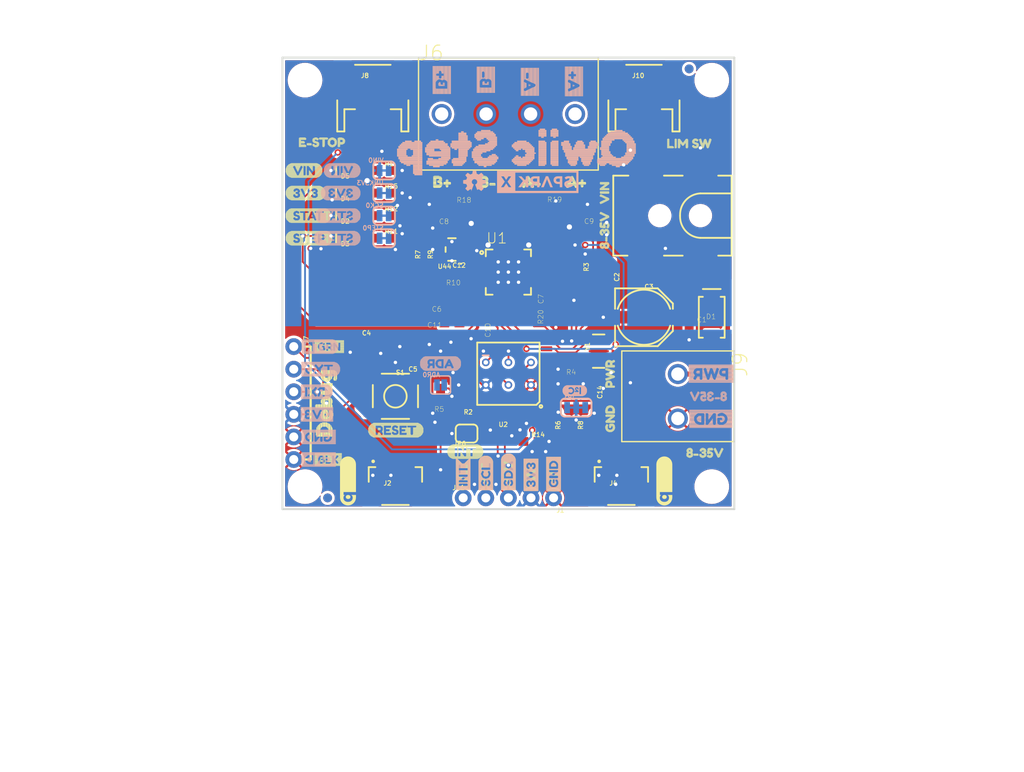
<source format=kicad_pcb>
(kicad_pcb (version 20211014) (generator pcbnew)
  (layers (0 "F.Cu" signal) (1 "In1.Cu" signal) (2 "In2.Cu" signal) (31 "B.Cu" signal) (34 "B.Paste" user) (35 "F.Paste" user) (36 "B.SilkS" user "B.Silkscreen") (37 "F.SilkS" user "F.Silkscreen") (38 "B.Mask" user) (39 "F.Mask" user) (44 "Edge.Cuts" user))
  (net 0 "")
  (net 1 "GND")
  (net 2 "CUR_REF")
  (net 3 "COILB+")
  (net 4 "COILB-")
  (net 5 "DIR")
  (net 6 "~{ENABLE}")
  (net 7 "COILA-")
  (net 8 "COILA+")
  (net 9 "STEP")
  (net 10 "CURRENT_SENSE")
  (net 11 "N$8")
  (net 12 "N$9")
  (net 13 "N$19")
  (net 14 "N$20")
  (net 15 "N$21")
  (net 16 "3.3V")
  (net 17 "SCL")
  (net 18 "SDA")
  (net 19 "VIN")
  (net 20 "MS2")
  (net 21 "MS3")
  (net 22 "~{SLEEP}")
  (net 23 "MS1")
  (net 24 "N$10")
  (net 25 "N$4")
  (net 26 "N$7")
  (net 27 "CUR_REF_PWM")
  (net 28 "N$1")
  (net 29 "N$11")
  (net 30 "SCK")
  (net 31 "AREF")
  (net 32 "N$13")
  (net 33 "N$14")
  (net 34 "~{RST}")
  (net 35 "N$26")
  (net 36 "N$27")
  (net 37 "INT")
  (net 38 "N$5")
  (net 39 "DTR")
  (net 40 "RXI")
  (net 41 "TXO")
  (net 42 "MISO")
  (net 43 "A49885_~{RESET}")
  (net 44 "INT0")
  (net 45 "INT1")
  (net 46 "MOSI")
  (net 47 "N$2")
  (net 48 "AMP_CUR_SENSE")
  (net 49 "N$3")
  (net 50 "N$6")
  (net 51 "N$12")
  (net 52 "N$15")
  (net 53 "N$16")
  (net 54 "N$17")
  (footprint "eagleBoard:LATCHTERMINAL-5MM-2" (layer "F.Cu") (at 167.5511 117.7036 -90)
    (fp_text reference "J9")
    (fp_text value "")
  )
  (footprint "eagleBoard:B#4" (layer "F.Cu") (at 144.0561 93.5736)
    (fp_text reference "U$46" hide)
    (fp_text value "" hide)
  )
  (footprint "eagleBoard:0603" (layer "F.Cu") (at 153.5811 106.9086)
    (fp_text reference "C7")
    (fp_text value "0.1uF")
  )
  (footprint "eagleBoard:VIN3" (layer "F.Cu") (at 123.3551 92.3036)
    (fp_text reference "U$8" hide)
    (fp_text value "" hide)
  )
  (footprint "eagleBoard:0603" (layer "F.Cu") (at 158.0261 103.7336 90)
    (fp_text reference "R3")
    (fp_text value "100k")
  )
  (footprint "eagleBoard:0603" (layer "F.Cu") (at 142.1511 109.4486 180)
    (fp_text reference "C11")
    (fp_text value "0.1uF")
  )
  (footprint "eagleBoard:0603" (layer "F.Cu") (at 138.3411 113.8936 180)
    (fp_text reference "C5")
    (fp_text value "0.1uF")
  )
  (footprint "eagleBoard:QWIIC_5.5MM" (layer "F.Cu") (at 130.4671 127.2286 90)
    (fp_text reference "U$9" hide)
    (fp_text value "" hide)
  )
  (footprint "eagleBoard:0603" (layer "F.Cu") (at 168.8211 108.8136 -90)
    (fp_text reference "C1")
    (fp_text value "0.1uF")
  )
  (footprint "eagleBoard:2010" (layer "F.Cu") (at 153.5811 96.1136 180)
    (fp_text reference "R19")
    (fp_text value "0.11")
  )
  (footprint "eagleBoard:LED-0603" (layer "F.Cu") (at 130.7211 99.9236 180)
    (fp_text reference "D3")
    (fp_text value "GREEN")
  )
  (footprint "eagleBoard:0603" (layer "F.Cu") (at 159.9311 103.7336 -90)
    (fp_text reference "C2")
    (fp_text value "1.0uF")
  )
  (footprint "eagleBoard:8#35V0" (layer "F.Cu") (at 167.5511 124.0536)
    (fp_text reference "U$40" hide)
    (fp_text value "" hide)
  )
  (footprint "eagleBoard:0603" (layer "F.Cu") (at 140.8811 117.7036 -90)
    (fp_text reference "R5")
    (fp_text value "20k")
  )
  (footprint "eagleBoard:FIDUCIAL-1X2" (layer "F.Cu") (at 168.8211 80.8736)
    (fp_text reference "FD4" hide)
    (fp_text value "FIDUCIAL1X2" hide)
  )
  (footprint "eagleBoard:JST-2-SMD" (layer "F.Cu") (at 133.2611 83.4136)
    (fp_text reference "J8")
    (fp_text value "")
  )
  (footprint "eagleBoard:LATCHTERMINAL-5MM-4" (layer "F.Cu") (at 148.5011 85.9536)
    (fp_text reference "J6")
    (fp_text value "")
  )
  (footprint "eagleBoard:0603" (layer "F.Cu") (at 134.5311 94.8436)
    (fp_text reference "R15")
    (fp_text value "1k")
  )
  (footprint "eagleBoard:STEP4" (layer "F.Cu") (at 123.3551 99.9236)
    (fp_text reference "U$7" hide)
    (fp_text value "" hide)
  )
  (footprint "eagleBoard:FIDUCIAL-1X2" (layer "F.Cu") (at 128.1811 129.1336)
    (fp_text reference "FD1" hide)
    (fp_text value "FIDUCIAL1X2" hide)
  )
  (footprint "eagleBoard:SOT23-5" (layer "F.Cu") (at 142.1511 101.1936 90)
    (fp_text reference "U44")
    (fp_text value "OPA344")
  )
  (footprint "eagleBoard:GRN1" (layer "F.Cu") (at 126.2761 112.1156)
    (fp_text reference "U$28" hide)
    (fp_text value "" hide)
  )
  (footprint "eagleBoard:8#35V0" (layer "F.Cu") (at 159.2961 102.0826 90)
    (fp_text reference "U$10" hide)
    (fp_text value "" hide)
  )
  (footprint "eagleBoard:LED-0603" (layer "F.Cu") (at 130.7211 94.8436 180)
    (fp_text reference "D4")
    (fp_text value "RED")
  )
  (footprint "eagleBoard:LIM_SW3" (layer "F.Cu") (at 165.3921 89.2556)
    (fp_text reference "U$23" hide)
    (fp_text value "" hide)
  )
  (footprint "eagleBoard:0603" (layer "F.Cu") (at 155.4861 116.4336 90)
    (fp_text reference "R4")
    (fp_text value "20k")
  )
  (footprint "eagleBoard:INT4" (layer "F.Cu") (at 143.4211 128.7526 90)
    (fp_text reference "U$24" hide)
    (fp_text value "" hide)
  )
  (footprint "eagleBoard:1X01_NO_SILK" (layer "F.Cu") (at 143.4211 129.1336)
    (fp_text reference "J11")
    (fp_text value "")
  )
  (footprint "eagleBoard:JST04_1MM_RA" (layer "F.Cu") (at 135.8011 125.3236)
    (fp_text reference "J2")
    (fp_text value "Qwiic Right Angle")
  )
  (footprint "eagleBoard:0603" (layer "F.Cu") (at 137.5791 101.1936 -90)
    (fp_text reference "R7")
    (fp_text value "1k")
  )
  (footprint "eagleBoard:0603" (layer "F.Cu") (at 142.1511 103.7336)
    (fp_text reference "C12")
    (fp_text value "0.1uF")
  )
  (footprint "eagleBoard:E#STOP2" (layer "F.Cu") (at 123.9901 89.1286)
    (fp_text reference "U$14" hide)
    (fp_text value "" hide)
  )
  (footprint "eagleBoard:LED-0603" (layer "F.Cu") (at 130.7211 97.3836 180)
    (fp_text reference "D2")
    (fp_text value "BLUE")
  )
  (footprint "eagleBoard:SMA-DIODE" (layer "F.Cu") (at 171.3611 108.8136 90)
    (fp_text reference "D1")
    (fp_text value "3A/40V/500mV")
  )
  (footprint "eagleBoard:A#2" (layer "F.Cu") (at 148.8821 93.5736)
    (fp_text reference "U$32" hide)
    (fp_text value "" hide)
  )
  (footprint "eagleBoard:JST04_1MM_RA" (layer "F.Cu") (at 161.2011 125.3236)
    (fp_text reference "J4")
    (fp_text value "Qwiic Right Angle")
  )
  (footprint "eagleBoard:STAND-OFF" (layer "F.Cu") (at 171.3611 127.8636)
    (fp_text reference "JP7" hide)
    (fp_text value "STAND-OFF" hide)
  )
  (footprint "eagleBoard:0603" (layer "F.Cu") (at 134.5311 99.9236)
    (fp_text reference "R11")
    (fp_text value "0")
  )
  (footprint "eagleBoard:STAND-OFF" (layer "F.Cu") (at 125.6411 82.1436)
    (fp_text reference "JP8" hide)
    (fp_text value "STAND-OFF" hide)
  )
  (footprint "eagleBoard:0603" (layer "F.Cu") (at 142.1511 105.6386 180)
    (fp_text reference "R10")
    (fp_text value "20k")
  )
  (footprint "eagleBoard:0603" (layer "F.Cu") (at 131.9911 111.3536)
    (fp_text reference "C4")
    (fp_text value "0.1uF")
  )
  (footprint "eagleBoard:0603" (layer "F.Cu") (at 151.0411 122.7836)
    (fp_text reference "R14")
    (fp_text value "10k")
  )
  (footprint "eagleBoard:DEBUG0" (layer "F.Cu") (at 127.8001 123.9266 90)
    (fp_text reference "U$19" hide)
    (fp_text value "" hide)
  )
  (footprint "eagleBoard:B#5" (layer "F.Cu") (at 138.8491 93.5736)
    (fp_text reference "U$47" hide)
    (fp_text value "" hide)
  )
  (footprint "eagleBoard:3V37" (layer "F.Cu") (at 151.0411 128.8796 90)
    (fp_text reference "U$2" hide)
    (fp_text value "" hide)
  )
  (footprint "eagleBoard:0603" (layer "F.Cu") (at 134.5311 92.3036)
    (fp_text reference "R1")
    (fp_text value "10k")
  )
  (footprint "eagleBoard:GND1" (layer "F.Cu") (at 159.9311 122.6566 90)
    (fp_text reference "U$42" hide)
    (fp_text value "" hide)
  )
  (footprint "eagleBoard:QFN-28-5MM" (layer "F.Cu") (at 148.5011 103.7336)
    (fp_text reference "U1")
    (fp_text value "A4988ALT1")
  )
  (footprint "eagleBoard:0603" (layer "F.Cu") (at 142.1511 98.6536 180)
    (fp_text reference "C8")
    (fp_text value "0.1uF")
  )
  (footprint "eagleBoard:2010" (layer "F.Cu") (at 143.4211 96.1136)
    (fp_text reference "R18")
    (fp_text value "0.11")
  )
  (footprint "eagleBoard:0603" (layer "F.Cu") (at 143.4211 120.2436)
    (fp_text reference "R2")
    (fp_text value "10k")
  )
  (footprint "eagleBoard:TQFP32-08" (layer "F.Cu") (at 148.5011 115.1636 180)
    (fp_text reference "U2")
    (fp_text value "ATMEGA328P_TQFP")
  )
  (footprint "eagleBoard:0603" (layer "F.Cu") (at 154.8511 121.5136 90)
    (fp_text reference "R6")
    (fp_text value "2.2k")
  )
  (footprint "eagleBoard:0603" (layer "F.Cu") (at 138.9761 101.1936 -90)
    (fp_text reference "R9")
    (fp_text value "22k")
  )
  (footprint "eagleBoard:VIN1" (layer "F.Cu") (at 159.2961 97.0026 90)
    (fp_text reference "U$12" hide)
    (fp_text value "" hide)
  )
  (footprint "eagleBoard:PANASONIC_D" (layer "F.Cu") (at 163.7411 108.8136)
    (fp_text reference "C3")
    (fp_text value "47uF")
  )
  (footprint "eagleBoard:STAT5" (layer "F.Cu") (at 123.3551 97.3836)
    (fp_text reference "U$4" hide)
    (fp_text value "" hide)
  )
  (footprint "eagleBoard:PWR0" (layer "F.Cu") (at 159.9311 117.7036 90)
    (fp_text reference "U$43" hide)
    (fp_text value "" hide)
  )
  (footprint "eagleBoard:1X04_NO_SILK" (layer "F.Cu") (at 153.5811 129.1336 180)
    (fp_text reference "J1")
    (fp_text value "PTH")
  )
  (footprint "eagleBoard:0603" (layer "F.Cu") (at 145.9611 108.4326 -90)
    (fp_text reference "C10")
    (fp_text value "0.22uF")
  )
  (footprint "eagleBoard:3V30" (layer "F.Cu") (at 123.3551 94.8436)
    (fp_text reference "U$1" hide)
    (fp_text value "" hide)
  )
  (footprint "eagleBoard:0603" (layer "F.Cu") (at 134.5311 97.3836)
    (fp_text reference "R12")
    (fp_text value "470")
  )
  (footprint "eagleBoard:SMT-JUMPER_2_NC_TRACE_SILK" (layer "F.Cu") (at 143.8021 121.8946 180)
    (fp_text reference "JP6")
    (fp_text value "INT")
  )
  (footprint "eagleBoard:A#3" (layer "F.Cu") (at 153.8351 93.5736)
    (fp_text reference "U$36" hide)
    (fp_text value "" hide)
  )
  (footprint "eagleBoard:STAND-OFF" (layer "F.Cu") (at 171.3611 82.1436)
    (fp_text reference "JP10" hide)
    (fp_text value "STAND-OFF" hide)
  )
  (footprint "eagleBoard:JST-2-SMD" (layer "F.Cu") (at 163.7411 83.4136)
    (fp_text reference "J10")
    (fp_text value "")
  )
  (footprint "eagleBoard:CREATIVE_COMMONS" (layer "F.Cu") (at 111.6711 159.6136)
    (fp_text reference "FRAME2" hide)
    (fp_text value "FRAME-LEDGER" hide)
  )
  (footprint "eagleBoard:BLK2" (layer "F.Cu") (at 126.2761 124.8156)
    (fp_text reference "U$20" hide)
    (fp_text value "" hide)
  )
  (footprint "eagleBoard:SDA6" (layer "F.Cu") (at 148.5011 128.7526 90)
    (fp_text reference "U$6" hide)
    (fp_text value "" hide)
  )
  (footprint "eagleBoard:QWIIC_5.5MM" (layer "F.Cu") (at 166.0271 127.2286 90)
    (fp_text reference "U$29" hide)
    (fp_text value "" hide)
  )
  (footprint "eagleBoard:STAND-OFF" (layer "F.Cu") (at 125.6411 127.8636)
    (fp_text reference "JP9" hide)
    (fp_text value "STAND-OFF" hide)
  )
  (footprint "eagleBoard:TACTILE_SWITCH_SMD_5.2MM" (layer "F.Cu") (at 135.8011 117.7036)
    (fp_text reference "S1")
    (fp_text value "Tall Switch")
  )
  (footprint "eagleBoard:0603" (layer "F.Cu") (at 142.1511 107.5436)
    (fp_text reference "C6")
    (fp_text value "0.1uF")
  )
  (footprint "eagleBoard:POWER_JACK_SMD" (layer "F.Cu") (at 170.0911 97.3836 180)
    (fp_text reference "J3" hide)
    (fp_text value "5.5x2.1mm Barrel" hide)
  )
  (footprint "eagleBoard:RESONATOR-SMD-3.2X1.3" (layer "F.Cu") (at 158.6611 112.6236 90)
    (fp_text reference "Y1")
    (fp_text value "16MHz")
  )
  (footprint "eagleBoard:SCL5" (layer "F.Cu") (at 145.9611 128.7526 90)
    (fp_text reference "U$5" hide)
    (fp_text value "" hide)
  )
  (footprint "eagleBoard:GND8" (layer "F.Cu") (at 153.5811 128.8796 90)
    (fp_text reference "U$3" hide)
    (fp_text value "" hide)
  )
  (footprint "eagleBoard:0603" (layer "F.Cu") (at 157.5181 98.6536)
    (fp_text reference "C9")
    (fp_text value "0.1uF")
  )
  (footprint "eagleBoard:0603" (layer "F.Cu") (at 158.0261 116.4336 -90)
    (fp_text reference "C14")
    (fp_text value "0.1uF")
  )
  (footprint "eagleBoard:0603" (layer "F.Cu") (at 153.5811 108.8136)
    (fp_text reference "R20")
    (fp_text value "20k")
  )
  (footprint "eagleBoard:INT2" (layer "F.Cu") (at 141.5161 123.9266)
    (fp_text reference "U$41" hide)
    (fp_text value "" hide)
  )
  (footprint "eagleBoard:1X06_NO_SILK" (layer "F.Cu") (at 124.3711 112.1156 -90)
    (fp_text reference "J7")
    (fp_text value "")
  )
  (footprint "eagleBoard:RESET1" (layer "F.Cu") (at 132.6261 121.5136)
    (fp_text reference "U$27" hide)
    (fp_text value "" hide)
  )
  (footprint "eagleBoard:LED-0603" (layer "F.Cu") (at 130.7211 92.3036 180)
    (fp_text reference "D5")
    (fp_text value "Yellow")
  )
  (footprint "eagleBoard:0603" (layer "F.Cu") (at 157.3911 121.5136 90)
    (fp_text reference "R8")
    (fp_text value "2.2k")
  )
  (footprint "eagleBoard:ADR0" (layer "B.Cu") (at 143.2941 114.0206 180)
    (fp_text reference "U$25" hide)
    (fp_text value "" hide)
  )
  (footprint "eagleBoard:SMT-JUMPER_3_2-NC_TRACE_SILK" (layer "B.Cu") (at 156.1211 118.9736 180)
    (fp_text reference "JP1")
    (fp_text value "")
  )
  (footprint "eagleBoard:SMT-JUMPER_2_NC_TRACE_SILK" (layer "B.Cu") (at 134.5311 97.3836 180)
    (fp_text reference "SCK0")
    (fp_text value "JUMPER-SMT_2_NC_TRACE_SILK")
  )
  (footprint "eagleBoard:VIN0" (layer "B.Cu") (at 131.9911 92.3036 180)
    (fp_text reference "U$38" hide)
    (fp_text value "" hide)
  )
  (footprint "eagleBoard:STAT0" (layer "B.Cu") (at 131.9911 97.3836 180)
    (fp_text reference "U$13" hide)
    (fp_text value "" hide)
  )
  (footprint "eagleBoard:DTR4" (layer "B.Cu") (at 129.4511 112.1156 180)
    (fp_text reference "U$18" hide)
    (fp_text value "" hide)
  )
  (footprint "eagleBoard:3V31" (layer "B.Cu") (at 131.9911 94.8436 180)
    (fp_text reference "U$45" hide)
    (fp_text value "" hide)
  )
  (footprint "eagleBoard:GND6" (layer "B.Cu") (at 153.5811 128.8796 90)
    (fp_text reference "U$31" hide)
    (fp_text value "" hide)
  )
  (footprint "eagleBoard:FIDUCIAL-1X2" (layer "B.Cu") (at 168.8211 80.8736 180)
    (fp_text reference "FD3" hide)
    (fp_text value "FIDUCIAL1X2" hide)
  )
  (footprint "eagleBoard:SMT-JUMPER_2_NC_TRACE_SILK" (layer "B.Cu") (at 134.5311 99.9236 180)
    (fp_text reference "STEP0")
    (fp_text value "JUMPER-SMT_2_NC_TRACE_SILK")
  )
  (footprint "eagleBoard:3V35" (layer "B.Cu") (at 151.0411 128.8796 90)
    (fp_text reference "U$26" hide)
    (fp_text value "" hide)
  )
  (footprint "eagleBoard:SMT-JUMPER_2_NC_TRACE_SILK" (layer "B.Cu") (at 134.5311 92.3036 180)
    (fp_text reference "VIN0")
    (fp_text value "JUMPER-SMT_2_NC_TRACE_SILK")
  )
  (footprint "eagleBoard:SMT-JUMPER_2_NO_SILK" (layer "B.Cu") (at 140.8811 116.4336 180)
    (fp_text reference "ADR0")
    (fp_text value "ADR")
  )
  (footprint "eagleBoard:QWIIC_STEP0" (layer "B.Cu") (at 166.2811 89.7636 180)
    (fp_text reference "U$56" hide)
    (fp_text value "" hide)
  )
  (footprint "eagleBoard:SMT-JUMPER_2_NC_TRACE_SILK" (layer "B.Cu") (at 134.5311 94.8436 180)
    (fp_text reference "UNK3V3")
    (fp_text value "JUMPER-SMT_2_NC_TRACE_SILK")
  )
  (footprint "eagleBoard:GND0" (layer "B.Cu") (at 174.2821 120.2436 180)
    (fp_text reference "U$44" hide)
    (fp_text value "" hide)
  )
  (footprint "eagleBoard:A#3" (layer "B.Cu") (at 150.9141 84.5566 90)
    (fp_text reference "U$55" hide)
    (fp_text value "" hide)
  )
  (footprint "eagleBoard:B#5" (layer "B.Cu") (at 145.9611 84.1756 90)
    (fp_text reference "U$58" hide)
    (fp_text value "" hide)
  )
  (footprint "eagleBoard:INT4" (layer "B.Cu") (at 143.4211 128.7526 90)
    (fp_text reference "U$30" hide)
    (fp_text value "" hide)
  )
  (footprint "eagleBoard:TXO2" (layer "B.Cu") (at 129.7051 114.6556 180)
    (fp_text reference "U$48" hide)
    (fp_text value "" hide)
  )
  (footprint "eagleBoard:3V31" (layer "B.Cu") (at 129.3241 119.7356 180)
    (fp_text reference "U$17" hide)
    (fp_text value "" hide)
  )
  (footprint "eagleBoard:SPARKX-MEDIUM" (layer "B.Cu") (at 151.8031 93.5736 180)
    (fp_text reference "U$49" hide)
    (fp_text value "SPARKX-LOGO4" hide)
  )
  (footprint "eagleBoard:A#2" (layer "B.Cu") (at 155.8671 84.5566 90)
    (fp_text reference "U$54" hide)
    (fp_text value "" hide)
  )
  (footprint "eagleBoard:STEP2" (layer "B.Cu") (at 131.9911 99.9236 180)
    (fp_text reference "U$37" hide)
    (fp_text value "" hide)
  )
  (footprint "eagleBoard:GND0" (layer "B.Cu") (at 129.5781 124.8156 180)
    (fp_text reference "U$22" hide)
    (fp_text value "" hide)
  )
  (footprint "eagleBoard:RXI3" (layer "B.Cu") (at 128.8161 117.1956 180)
    (fp_text reference "U$35" hide)
    (fp_text value "" hide)
  )
  (footprint "eagleBoard:SCL3" (layer "B.Cu") (at 145.9611 128.7526 90)
    (fp_text reference "U$34" hide)
    (fp_text value "" hide)
  )
  (footprint "eagleBoard:SDA4" (layer "B.Cu") (at 148.5011 128.7526 90)
    (fp_text reference "U$33" hide)
    (fp_text value "" hide)
  )
  (footprint "eagleBoard:FIDUCIAL-1X2" (layer "B.Cu") (at 128.1811 129.1336 180)
    (fp_text reference "FD2" hide)
    (fp_text value "FIDUCIAL1X2" hide)
  )
  (footprint "eagleBoard:B#4" (layer "B.Cu") (at 141.0081 84.3026 90)
    (fp_text reference "U$57" hide)
    (fp_text value "" hide)
  )
  (footprint "eagleBoard:I_SUPER2_C-()-03" (layer "B.Cu") (at 157.3911 117.0686 180)
    (fp_text reference "U$16" hide)
    (fp_text value "" hide)
  )
  (footprint "eagleBoard:OSHW-LOGO-MINI" (layer "B.Cu") (at 144.6911 93.5736 180)
    (fp_text reference "LOGO1" hide)
    (fp_text value "OSHW-LOGOMINI" hide)
  )
  (footprint "eagleBoard:PWR1" (layer "B.Cu") (at 174.4091 115.1636 180)
    (fp_text reference "U$53" hide)
    (fp_text value "" hide)
  )
  (footprint "eagleBoard:GND0" (layer "B.Cu") (at 129.5781 122.2756 180)
    (fp_text reference "U$21" hide)
    (fp_text value "" hide)
  )
  (footprint "eagleBoard:2X3_TEST_POINTS" (layer "B.Cu") (at 148.5011 115.1636)
    (fp_text reference "J5" hide)
    (fp_text value "ISP")
  )
  (footprint "eagleBoard:I_SUPER2_C-()-03" (layer "B.Cu") (at 157.3911 117.0686 180)
    (fp_text reference "U$15" hide)
    (fp_text value "" hide)
  )
  (footprint "eagleBoard:8#35V0" (layer "B.Cu") (at 174.0281 117.7036 180)
    (fp_text reference "U$11" hide)
    (fp_text value "" hide)
  )
  (gr_line (start 126.2761 112.1156) (end 126.2761 124.8156) (layer "F.SilkS") (width 0.254))
  (gr_line (start 125.6411 112.1156) (end 126.2761 112.1156) (layer "F.SilkS") (width 0.254))
  (gr_line (start 126.2761 124.8156) (end 125.6411 124.8156) (layer "F.SilkS") (width 0.254))
  (gr_line (start 123.1011 79.6036) (end 173.9011 79.6036) (layer "Edge.Cuts") (width 0.2032))
  (gr_line (start 173.9011 130.4036) (end 123.1011 130.4036) (layer "Edge.Cuts") (width 0.2032))
  (gr_line (start 173.9011 79.6036) (end 173.9011 130.4036) (layer "Edge.Cuts") (width 0.2032))
  (gr_line (start 123.1011 130.4036) (end 123.1011 79.6036) (layer "Edge.Cuts") (width 0.2032))
  (segment (start 142.7861 101.1936) (end 142.1511 100.5586) (width 0.2032) (layer "F.Cu") (net 1))
  (segment (start 141.2211 96.1136) (end 139.6111 96.1136) (width 0.5588) (layer "F.Cu") (net 1))
  (segment (start 157.3911 96.1136) (end 155.7811 96.1136) (width 0.5588) (layer "F.Cu") (net 1))
  (segment (start 150.941 103.7336) (end 149.7711 103.7336) (width 0.2032) (layer "F.Cu") (net 1))
  (segment (start 142.1511 100.5586) (end 142.1511 100.3046) (width 0.2032) (layer "F.Cu") (net 1))
  (segment (start 146.8581 103.2336) (end 147.3581 103.7336) (width 0.2032) (layer "F.Cu") (net 1))
  (segment (start 143.4512 101.1936) (end 142.7861 101.1936) (width 0.2032) (layer "F.Cu") (net 1))
  (segment (start 146.0612 103.2336) (end 146.8581 103.2336) (width 0.2032) (layer "F.Cu") (net 1))
  (via blind (at 128.6891 95.6056) (size 0.7366) (drill 0.381) (layers "F.Cu" "In1.Cu") (net 1))
  (via blind (at 134.2771 90.1446) (size 0.7366) (drill 0.381) (layers "F.Cu" "In1.Cu") (net 1))
  (via blind (at 168.8211 111.3536) (size 0.7366) (drill 0.381) (layers "F.Cu" "In1.Cu") (net 1))
  (via blind (at 137.4521 95.3516) (size 0.7366) (drill 0.381) (layers "F.Cu" "In1.Cu") (net 1))
  (via blind (at 139.9921 98.7806) (size 0.7366) (drill 0.381) (layers "F.Cu" "In1.Cu") (net 1))
  (via blind (at 158.6611 126.5936) (size 0.7366) (drill 0.381) (layers "F.Cu" "In1.Cu") (net 1))
  (via blind (at 135.8011 101.1936) (size 0.7366) (drill 0.381) (layers "F.Cu" "In1.Cu") (net 1))
  (via blind (at 153.8351 109.9566) (size 0.7366) (drill 0.381) (layers "F.Cu" "In1.Cu") (net 1))
  (via blind (at 155.8671 106.9086) (size 0.7366) (drill 0.381) (layers "F.Cu" "In1.Cu") (net 1))
  (via blind (at 128.5621 97.3836) (size 0.7366) (drill 0.381) (layers "F.Cu" "In1.Cu") (net 1))
  (via blind (at 149.6441 103.7336) (size 0.7366) (drill 0.381) (layers "F.Cu" "In1.Cu") (net 1))
  (via blind (at 128.5621 99.6696) (size 0.7366) (drill 0.381) (layers "F.Cu" "In1.Cu") (net 1))
  (via blind (at 128.5621 92.3036) (size 0.7366) (drill 0.381) (layers "F.Cu" "In1.Cu") (net 1))
  (via blind (at 148.5011 103.7336) (size 0.7366) (drill 0.381) (layers "F.Cu" "In1.Cu") (net 1))
  (via blind (at 149.6441 104.8766) (size 0.7366) (drill 0.381) (layers "F.Cu" "In1.Cu") (net 1))
  (via blind (at 142.1511 102.4636) (size 0.7366) (drill 0.381) (layers "F.Cu" "In1.Cu") (net 1))
  (via blind (at 142.2781 115.0366) (size 0.7366) (drill 0.381) (layers "F.Cu" "In1.Cu") (net 1))
  (via blind (at 147.3581 104.8766) (size 0.7366) (drill 0.381) (layers "F.Cu" "In1.Cu") (net 1))
  (via blind (at 159.1691 108.8136) (size 0.7366) (drill 0.381) (layers "F.Cu" "In1.Cu") (net 1))
  (via blind (at 170.0911 89.7636) (size 0.7366) (drill 0.381) (layers "F.Cu" "In1.Cu") (net 1))
  (via blind (at 161.4551 91.6686) (size 0.7366) (drill 0.381) (layers "F.Cu" "In1.Cu") (net 1))
  (via blind (at 147.3581 102.5906) (size 0.7366) (drill 0.381) (layers "F.Cu" "In1.Cu") (net 1))
  (via blind (at 147.3581 103.7336) (size 0.7366) (drill 0.381) (layers "F.Cu" "In1.Cu") (net 1))
  (via blind (at 135.8011 113.8936) (size 0.7366) (drill 0.381) (layers "F.Cu" "In1.Cu") (net 1))
  (via blind (at 144.3101 111.2266) (size 0.7366) (drill 0.381) (layers "F.Cu" "In1.Cu") (net 1))
  (via blind (at 142.1511 100.3046) (size 0.7366) (drill 0.381) (layers "F.Cu" "In1.Cu") (net 1))
  (via blind (at 154.0891 114.6556) (size 0.7366) (drill 0.381) (layers "F.Cu" "In1.Cu") (net 1))
  (via blind (at 159.5501 98.1456) (size 0.7366) (drill 0.381) (layers "F.Cu" "In1.Cu") (net 1))
  (via blind (at 139.6111 96.1136) (size 0.7366) (drill 0.381) (layers "F.Cu" "In1.Cu") (net 1))
  (via blind (at 148.5011 102.5906) (size 0.7366) (drill 0.381) (layers "F.Cu" "In1.Cu") (net 1))
  (via blind (at 157.1371 101.7016) (size 0.7366) (drill 0.381) (layers "F.Cu" "In1.Cu") (net 1))
  (via blind (at 154.0891 116.3066) (size 0.7366) (drill 0.381) (layers "F.Cu" "In1.Cu") (net 1))
  (via blind (at 159.1691 116.8146) (size 0.7366) (drill 0.381) (layers "F.Cu" "In1.Cu") (net 1))
  (via blind (at 149.6441 102.5906) (size 0.7366) (drill 0.381) (layers "F.Cu" "In1.Cu") (net 1))
  (via blind (at 157.3911 96.1136) (size 0.7366) (drill 0.381) (layers "F.Cu" "In1.Cu") (net 1))
  (via blind (at 133.2611 126.5936) (size 0.7366) (drill 0.381) (layers "F.Cu" "In1.Cu") (net 1))
  (via blind (at 148.5011 104.8766) (size 0.7366) (drill 0.381) (layers "F.Cu" "In1.Cu") (net 1))
  (segment (start 158.0261 102.8836) (end 159.9311 102.8836) (width 0.2032) (layer "F.Cu") (net 2))
  (segment (start 150.9411 104.2336) (end 151.4301 104.2336) (width 0.2032) (layer "F.Cu") (net 2))
  (segment (start 158.0261 100.3436) (end 158.0261 102.8836) (width 0.2032) (layer "F.Cu") (net 2))
  (segment (start 158.0261 100.3436) (end 157.6061 99.9236) (width 0.2032) (layer "F.Cu") (net 2))
  (segment (start 155.7401 99.9236) (end 157.6061 99.9236) (width 0.2032) (layer "F.Cu") (net 2))
  (segment (start 151.4301 104.2336) (end 155.7401 99.9236) (width 0.2032) (layer "F.Cu") (net 2))
  (segment (start 146.0611 102.2336) (end 145.8581 102.2336) (width 0.3048) (layer "F.Cu") (net 3))
  (segment (start 145.8581 102.2336) (end 144.9451 101.3206) (width 0.3048) (layer "F.Cu") (net 3))
  (via blind (at 144.9451 101.3206) (size 0.7366) (drill 0.381) (layers "F.Cu" "In1.Cu") (net 3))
  (segment (start 148.0011 101.2936) (end 148.0011 99.4236) (width 0.3048) (layer "F.Cu") (net 4))
  (segment (start 159.5501 99.5426) (end 155.3591 99.5426) (width 0.2032) (layer "F.Cu") (net 5))
  (segment (start 150.9411 103.2336) (end 151.6681 103.2336) (width 0.2032) (layer "F.Cu") (net 5))
  (segment (start 150.5011 112.3376) (end 150.5331 112.3696) (width 0.2032) (layer "F.Cu") (net 5))
  (segment (start 151.6681 103.2336) (end 155.3591 99.5426) (width 0.2032) (layer "F.Cu") (net 5))
  (segment (start 150.5011 110.871) (end 150.5011 112.3376) (width 0.2032) (layer "F.Cu") (net 5))
  (via blind (at 160.5661 111.8616) (size 0.7366) (drill 0.381) (layers "F.Cu" "In1.Cu") (net 5))
  (via blind (at 159.5501 99.5426) (size 0.7366) (drill 0.381) (layers "F.Cu" "In1.Cu") (net 5))
  (via blind (at 150.5331 112.3696) (size 0.7366) (drill 0.381) (layers "F.Cu" "In1.Cu") (net 5))
  (segment (start 150.5331 112.3696) (end 160.0581 112.3696) (width 0.2032) (layer "B.Cu") (net 5))
  (segment (start 160.0581 112.3696) (end 160.5661 111.8616) (width 0.2032) (layer "B.Cu") (net 5))
  (segment (start 147.0599 108.809269) (end 146.703831 108.4532) (width 0.2032) (layer "F.Cu") (net 6))
  (segment (start 144.4655 109.810332) (end 143.550881 110.72495) (width 0.2032) (layer "F.Cu") (net 6))
  (segment (start 147.3011 110.871) (end 147.3011 109.982) (width 0.2032) (layer "F.Cu") (net 6))
  (segment (start 147.3011 109.982) (end 147.0599 109.7408) (width 0.2032) (layer "F.Cu") (net 6))
  (segment (start 145.1785 108.4532) (end 144.4655 109.1662) (width 0.2032) (layer "F.Cu") (net 6))
  (segment (start 127.4318 101.106275) (end 130.987125 104.6616) (width 0.2032) (layer "F.Cu") (net 6))
  (segment (start 130.987125 104.6616) (end 143.0011 104.6616) (width 0.2032) (layer "F.Cu") (net 6))
  (segment (start 143.550881 110.72495) (end 138.58875 110.72495) (width 0.2032) (layer "F.Cu") (net 6))
  (segment (start 146.0611 102.7336) (end 145.1831 102.7336) (width 0.2032) (layer "F.Cu") (net 6))
  (segment (start 144.4655 109.1662) (end 144.4655 109.810332) (width 0.2032) (layer "F.Cu") (net 6))
  (segment (start 146.703831 108.4532) (end 145.1785 108.4532) (width 0.2032) (layer "F.Cu") (net 6))
  (segment (start 143.6751 104.6226) (end 143.0401 104.6226) (width 0.2032) (layer "F.Cu") (net 6))
  (segment (start 144.6911 103.2256) (end 144.6911 103.6066) (width 0.2032) (layer "F.Cu") (net 6))
  (segment (start 143.0011 105.6386) (end 143.0011 104.6616) (width 0.2032) (layer "F.Cu") (net 6))
  (segment (start 144.6911 103.6066) (end 143.6751 104.6226) (width 0.2032) (layer "F.Cu") (net 6))
  (segment (start 136.2964 112.1156) (end 137.1981 112.1156) (width 0.2032) (layer "F.Cu") (net 6))
  (segment (start 145.1831 102.7336) (end 144.6911 103.2256) (width 0.2032) (layer "F.Cu") (net 6))
  (segment (start 137.1981 112.1156) (end 138.58875 110.72495) (width 0.2032) (layer "F.Cu") (net 6))
  (segment (start 147.0599 109.7408) (end 147.0599 108.809269) (width 0.2032) (layer "F.Cu") (net 6))
  (segment (start 143.0011 104.6616) (end 143.0401 104.6226) (width 0.2032) (layer "F.Cu") (net 6))
  (via blind (at 127.4318 101.106275) (size 0.7366) (drill 0.381) (layers "F.Cu" "In1.Cu") (net 6))
  (via blind (at 136.2964 112.1156) (size 0.7366) (drill 0.381) (layers "F.Cu" "In1.Cu") (net 6))
  (segment (start 149.0011 99.2806) (end 148.8821 99.1616) (width 0.3048) (layer "F.Cu") (net 7))
  (segment (start 149.0011 101.2936) (end 149.0011 99.2806) (width 0.3048) (layer "F.Cu") (net 7))
  (segment (start 153.8351 99.9236) (end 153.8351 95.7326) (width 0.3048) (layer "F.Cu") (net 8))
  (segment (start 150.941 102.2336) (end 151.5251 102.2336) (width 0.3048) (layer "F.Cu") (net 8))
  (segment (start 151.5251 102.2336) (end 153.8351 99.9236) (width 0.3048) (layer "F.Cu") (net 8))
  (via blind (at 153.8351 95.7326) (size 0.7366) (drill 0.381) (layers "F.Cu" "In1.Cu") (net 8))
  (segment (start 155.9941 100.6856) (end 155.6131 100.6856) (width 0.2032) (layer "F.Cu") (net 9))
  (segment (start 138.84275 111.10595) (end 141.52245 111.10595) (width 0.2032) (layer "F.Cu") (net 9))
  (segment (start 146.5011 121.4816) (end 146.4691 121.5136) (width 0.2032) (layer "F.Cu") (net 9))
  (segment (start 137.0711 112.8776) (end 134.1501 112.8776) (width 0.2032) (layer "F.Cu") (net 9))
  (segment (start 137.0711 112.8776) (end 138.84275 111.10595) (width 0.2032) (layer "F.Cu") (net 9))
  (segment (start 155.6131 100.6856) (end 151.5651 104.7336) (width 0.2032) (layer "F.Cu") (net 9))
  (segment (start 151.5651 104.7336) (end 150.9411 104.7336) (width 0.2032) (layer "F.Cu") (net 9))
  (segment (start 146.4691 121.5136) (end 146.4691 121.5009) (width 0.2032) (layer "F.Cu") (net 9))
  (segment (start 141.52245 111.10595) (end 142.037593 111.621094) (width 0.2032) (layer "F.Cu") (net 9))
  (segment (start 146.5011 119.4562) (end 146.5011 121.4816) (width 0.2032) (layer "F.Cu") (net 9))
  (via blind (at 134.1501 112.8776) (size 0.7366) (drill 0.381) (layers "F.Cu" "In1.Cu") (net 9))
  (via blind (at 126.2761 101.0666) (size 0.7366) (drill 0.381) (layers "F.Cu" "In1.Cu") (net 9))
  (via blind (at 146.4691 121.5009) (size 0.7366) (drill 0.381) (layers "F.Cu" "In1.Cu") (net 9))
  (via blind (at 155.9941 100.6856) (size 0.7366) (drill 0.381) (layers "F.Cu" "In1.Cu") (net 9))
  (via blind (at 142.037593 111.621094) (size 0.7366) (drill 0.381) (layers "F.Cu" "In1.Cu") (net 9))
  (segment (start 144.4531 99.2276) (end 144.4531 99.2417) (width 0.2032) (layer "F.Cu") (net 10))
  (segment (start 147.5011 100.1936) (end 145.6211 98.3136) (width 0.3048) (layer "F.Cu") (net 10))
  (segment (start 145.6211 98.3136) (end 145.4941 98.1866) (width 0.3048) (layer "F.Cu") (net 10))
  (segment (start 144.4531 99.2276) (end 145.4941 98.1866) (width 0.2032) (layer "F.Cu") (net 10))
  (segment (start 143.4512 100.2436) (end 144.4531 99.2417) (width 0.2032) (layer "F.Cu") (net 10))
  (segment (start 147.5011 101.2936) (end 147.5011 100.1936) (width 0.3048) (layer "F.Cu") (net 10))
  (segment (start 145.6211 98.3136) (end 145.6211 96.1136) (width 0.3048) (layer "F.Cu") (net 10))
  (segment (start 142.0241 106.6546) (end 141.3011 107.3776) (width 0.2032) (layer "F.Cu") (net 11))
  (segment (start 146.0612 103.7336) (end 145.9906 103.8042) (width 0.2032) (layer "F.Cu") (net 11))
  (segment (start 141.3011 107.3776) (end 141.3011 107.5436) (width 0.2032) (layer "F.Cu") (net 11))
  (segment (start 143.644281 106.6546) (end 142.0241 106.6546) (width 0.2032) (layer "F.Cu") (net 11))
  (segment (start 143.9291 106.369782) (end 143.644281 106.6546) (width 0.2032) (layer "F.Cu") (net 11))
  (segment (start 143.9291 105.0036) (end 143.9291 106.369782) (width 0.2032) (layer "F.Cu") (net 11))
  (segment (start 145.1285 103.8042) (end 143.9291 105.0036) (width 0.2032) (layer "F.Cu") (net 11))
  (segment (start 145.9906 103.8042) (end 145.1285 103.8042) (width 0.2032) (layer "F.Cu") (net 11))
  (segment (start 146.0613 104.2336) (end 145.9907 104.3042) (width 0.2032) (layer "F.Cu") (net 12))
  (segment (start 145.167318 104.3042) (end 144.3101 105.161419) (width 0.2032) (layer "F.Cu") (net 12))
  (segment (start 145.9907 104.3042) (end 145.167318 104.3042) (width 0.2032) (layer "F.Cu") (net 12))
  (segment (start 143.2941 107.5436) (end 143.0011 107.5436) (width 0.2032) (layer "F.Cu") (net 12))
  (segment (start 144.3101 106.5276) (end 143.2941 107.5436) (width 0.2032) (layer "F.Cu") (net 12))
  (segment (start 144.3101 105.161419) (end 144.3101 106.5276) (width 0.2032) (layer "F.Cu") (net 12))
  (segment (start 149.5011 106.1735) (end 149.5011 107.2736) (width 0.2032) (layer "F.Cu") (net 13))
  (segment (start 149.5011 107.2736) (end 151.0411 108.8136) (width 0.2032) (layer "F.Cu") (net 13))
  (segment (start 151.0411 108.8136) (end 152.7311 108.8136) (width 0.2032) (layer "F.Cu") (net 13))
  (segment (start 146.8111 107.5826) (end 145.9611 107.5826) (width 0.2032) (layer "F.Cu") (net 14))
  (segment (start 147.0011 106.1735) (end 147.0011 107.3926) (width 0.2032) (layer "F.Cu") (net 14))
  (segment (start 147.0011 107.3926) (end 146.8111 107.5826) (width 0.2032) (layer "F.Cu") (net 14))
  (segment (start 145.3421 104.7336) (end 144.6911 105.3846) (width 0.2032) (layer "F.Cu") (net 15))
  (segment (start 144.6911 105.3846) (end 144.6911 107.6706) (width 0.2032) (layer "F.Cu") (net 15))
  (segment (start 144.6911 107.6706) (end 143.0011 109.3606) (width 0.2032) (layer "F.Cu") (net 15))
  (segment (start 146.0613 104.7336) (end 145.3421 104.7336) (width 0.2032) (layer "F.Cu") (net 15))
  (segment (start 143.0011 109.3606) (end 143.0011 109.4486) (width 0.2032) (layer "F.Cu") (net 15))
  (segment (start 153.0731 115.5636) (end 154.8511 115.5636) (width 0.2032) (layer "F.Cu") (net 16))
  (segment (start 159.5111 115.5836) (end 160.0581 115.0366) (width 0.2032) (layer "F.Cu") (net 16))
  (segment (start 160.7011 126.5856) (end 160.6931 126.5936) (width 0.254) (layer "F.Cu") (net 16))
  (segment (start 131.2291 100.8126) (end 128.4351 100.8126) (width 0.2032) (layer "F.Cu") (net 16))
  (segment (start 140.851 102.1436) (end 140.851 102.5605) (width 0.2032) (layer "F.Cu") (net 16))
  (segment (start 145.1991 116.0526) (end 145.5801 116.4336) (width 0.2032) (layer "F.Cu") (net 16))
  (segment (start 152.7311 106.9086) (end 152.616 106.9086) (width 0.2032) (layer "F.Cu") (net 16))
  (segment (start 155.5284 101.4443) (end 152.7311 104.2416) (width 0.2032) (layer "F.Cu") (net 16))
  (segment (start 158.0261 115.5836) (end 159.5111 115.5836) (width 0.2032) (layer "F.Cu") (net 16))
  (segment (start 154.8511 114.2749) (end 154.8511 115.5636) (width 0.2032) (layer "F.Cu") (net 16))
  (segment (start 143.2941 121.8946) (end 142.1511 121.8946) (width 0.3048) (layer "F.Cu") (net 16))
  (segment (start 154.5398 113.9636) (end 154.8511 114.2749) (width 0.2032) (layer "F.Cu") (net 16))
  (segment (start 136.9441 103.7336) (end 135.1661 101.9556) (width 0.2032) (layer "F.Cu") (net 16))
  (segment (start 140.3731 120.6246) (end 140.2461 120.6246) (width 0.2032) (layer "F.Cu") (net 16))
  (segment (start 160.7011 125.3236) (end 160.7011 126.5856) (width 0.5588) (layer "F.Cu") (net 16))
  (segment (start 124.3711 119.7356) (end 129.0701 119.7356) (width 0.2032) (layer "F.Cu") (net 16))
  (segment (start 132.3721 101.9556) (end 131.2291 100.8126) (width 0.2032) (layer "F.Cu") (net 16))
  (segment (start 141.3011 105.6386) (end 128.4351 105.6386) (width 0.2032) (layer "F.Cu") (net 16))
  (segment (start 156.3751 101.4443) (end 155.5284 101.4443) (width 0.2032) (layer "F.Cu") (net 16))
  (segment (start 129.0701 119.7356) (end 130.7211 118.0846) (width 0.2032) (layer "F.Cu") (net 16))
  (segment (start 144.2085 113.1636) (end 144.9771 113.1636) (width 0.2032) (layer "F.Cu") (net 16))
  (segment (start 128.4351 105.6386) (end 125.3871 102.5906) (width 0.2032) (layer "F.Cu") (net 16))
  (segment (start 140.851 102.5605) (end 141.3011 103.0106) (width 0.2032) (layer "F.Cu") (net 16))
  (segment (start 140.8811 120.1166) (end 140.3731 120.6246) (width 0.2032) (layer "F.Cu") (net 16))
  (segment (start 145.5801 116.4336) (end 145.9611 116.4336) (width 0.2032) (layer "F.Cu") (net 16))
  (segment (start 141.3011 103.0106) (end 141.3011 103.7336) (width 0.2032) (layer "F.Cu") (net 16))
  (segment (start 157.1371 100.6823) (end 156.3751 101.4443) (width 0.2032) (layer "F.Cu") (net 16))
  (segment (start 135.3011 126.5856) (end 135.2931 126.5936) (width 0.5588) (layer "F.Cu") (net 16))
  (segment (start 140.8811 118.5536) (end 140.8811 120.1166) (width 0.2032) (layer "F.Cu") (net 16))
  (segment (start 152.7311 106.9086) (end 152.7311 104.2416) (width 0.2032) (layer "F.Cu") (net 16))
  (segment (start 135.3011 125.3236) (end 135.3011 126.5856) (width 0.5588) (layer "F.Cu") (net 16))
  (segment (start 135.1661 101.9556) (end 132.3721 101.9556) (width 0.2032) (layer "F.Cu") (net 16))
  (segment (start 128.4351 100.8126) (end 127.2921 99.6696) (width 0.2032) (layer "F.Cu") (net 16))
  (segment (start 154.8511 115.5636) (end 155.4661 115.5636) (width 0.2032) (layer "F.Cu") (net 16))
  (segment (start 152.7937 115.5636) (end 153.0731 115.5636) (width 0.2032) (layer "F.Cu") (net 16))
  (segment (start 152.7937 113.9636) (end 154.5398 113.9636) (width 0.2032) (layer "F.Cu") (net 16))
  (segment (start 141.3011 103.7336) (end 136.9441 103.7336) (width 0.2032) (layer "F.Cu") (net 16))
  (segment (start 144.9771 113.1636) (end 145.1991 113.3856) (width 0.2032) (layer "F.Cu") (net 16))
  (segment (start 145.1991 113.3856) (end 145.1991 116.0526) (width 0.2032) (layer "F.Cu") (net 16))
  (segment (start 155.4861 115.5836) (end 158.0261 115.5836) (width 0.2032) (layer "F.Cu") (net 16))
  (segment (start 125.3871 99.6696) (end 125.3871 102.5906) (width 0.2032) (layer "F.Cu") (net 16))
  (segment (start 130.7211 118.0846) (end 130.7211 112.7506) (width 0.2032) (layer "F.Cu") (net 16))
  (segment (start 155.4661 115.5636) (end 155.4861 115.5836) (width 0.2032) (layer "F.Cu") (net 16))
  (segment (start 153.0541 115.5446) (end 153.0731 115.5636) (width 0.2032) (layer "F.Cu") (net 16))
  (segment (start 127.2921 99.6696) (end 125.3871 99.6696) (width 0.2032) (layer "F.Cu") (net 16))
  (segment (start 151.8911 122.7836) (end 153.0731 122.7836) (width 0.2032) (layer "F.Cu") (net 16))
  (segment (start 152.616 106.9086) (end 150.941 105.2336) (width 0.2032) (layer "F.Cu") (net 16))
  (via blind (at 153.0731 122.7836) (size 0.7366) (drill 0.381) (layers "F.Cu" "In1.Cu") (net 16))
  (via blind (at 125.3871 99.6696) (size 0.7366) (drill 0.381) (layers "F.Cu" "In1.Cu") (net 16))
  (via blind (at 130.7211 112.7506) (size 0.7366) (drill 0.381) (layers "F.Cu" "In1.Cu") (net 16))
  (via blind (at 160.0581 115.0366) (size 0.7366) (drill 0.381) (layers "F.Cu" "In1.Cu") (net 16))
  (via blind (at 160.6931 126.5936) (size 0.7366) (drill 0.381) (layers "F.Cu" "In1.Cu") (net 16))
  (via blind (at 157.1371 100.6823) (size 0.7366) (drill 0.381) (layers "F.Cu" "In1.Cu") (net 16))
  (via blind (at 142.1511 121.8946) (size 0.7366) (drill 0.381) (layers "F.Cu" "In1.Cu") (net 16))
  (via blind (at 135.2931 126.5936) (size 0.7366) (drill 0.381) (layers "F.Cu" "In1.Cu") (net 16))
  (via blind (at 140.2461 120.6246) (size 0.7366) (drill 0.381) (layers "F.Cu" "In1.Cu") (net 16))
  (via blind (at 156.1211 120.3706) (size 0.7366) (drill 0.381) (layers "F.Cu" "In1.Cu") (net 16))
  (segment (start 159.4198 100.6823) (end 157.1371 100.6823) (width 0.2032) (layer "B.Cu") (net 16))
  (segment (start 161.4551 102.7176) (end 159.4198 100.6823) (width 0.2032) (layer "B.Cu") (net 16))
  (segment (start 161.4551 113.6396) (end 161.4551 102.7176) (width 0.2032) (layer "B.Cu") (net 16))
  (segment (start 160.0581 115.0366) (end 161.4551 113.6396) (width 0.2032) (layer "B.Cu") (net 16))
  (segment (start 157.3911 123.9266) (end 152.6921 123.9266) (width 0.2032) (layer "F.Cu") (net 17))
  (segment (start 148.1011 124.7076) (end 150.3871 124.7076) (width 0.2032) (layer "F.Cu") (net 17))
  (segment (start 148.1011 119.4562) (end 148.1011 124.7076) (width 0.2032) (layer "F.Cu") (net 17))
  (segment (start 162.7011 124.4106) (end 162.2171 123.9266) (width 0.2032) (layer "F.Cu") (net 17))
  (segment (start 162.7011 125.3236) (end 162.7011 124.4106) (width 0.2032) (layer "F.Cu") (net 17))
  (segment (start 157.3911 122.3636) (end 157.3911 123.9266) (width 0.2032) (layer "F.Cu") (net 17))
  (segment (start 138.0871 126.8476) (end 145.9611 126.8476) (width 0.2032) (layer "F.Cu") (net 17))
  (segment (start 145.9611 126.8476) (end 148.1011 124.7076) (width 0.2032) (layer "F.Cu") (net 17))
  (segment (start 150.3871 124.7076) (end 151.1681 123.9266) (width 0.2032) (layer "F.Cu") (net 17))
  (segment (start 145.9611 129.1336) (end 145.9611 126.8476) (width 0.2032) (layer "F.Cu") (net 17))
  (segment (start 137.3011 126.0616) (end 138.0871 126.8476) (width 0.2032) (layer "F.Cu") (net 17))
  (segment (start 162.2171 123.9266) (end 157.3911 123.9266) (width 0.2032) (layer "F.Cu") (net 17))
  (segment (start 137.3011 125.3236) (end 137.3011 126.0616) (width 0.2032) (layer "F.Cu") (net 17))
  (via blind (at 151.1681 123.9266) (size 0.7366) (drill 0.381) (layers "F.Cu" "In1.Cu") (net 17))
  (via blind (at 152.6921 123.9266) (size 0.7366) (drill 0.381) (layers "F.Cu" "In1.Cu") (net 17))
  (segment (start 148.5011 129.0066) (end 148.5011 129.1336) (width 0.2032) (layer "F.Cu") (net 18))
  (segment (start 161.3487 121.5342) (end 163.7411 123.9266) (width 0.2032) (layer "F.Cu") (net 18))
  (segment (start 154.8511 122.3636) (end 155.6805 121.5342) (width 0.2032) (layer "F.Cu") (net 18))
  (segment (start 162.3441 127.6096) (end 163.7411 126.2126) (width 0.2032) (layer "F.Cu") (net 18))
  (segment (start 161.7091 127.6096) (end 162.3441 127.6096) (width 0.2032) (layer "F.Cu") (net 18))
  (segment (start 136.3011 126.4586) (end 137.4521 127.6096) (width 0.2032) (layer "F.Cu") (net 18))
  (segment (start 148.5011 125.4506) (end 148.5011 129.1336) (width 0.2032) (layer "F.Cu") (net 18))
  (segment (start 147.3011 124.3776) (end 147.344606 124.421107) (width 0.2032) (layer "F.Cu") (net 18))
  (segment (start 137.4521 127.6096) (end 144.6911 127.6096) (width 0.2032) (layer "F.Cu") (net 18))
  (segment (start 147.3011 119.4562) (end 147.3011 124.3776) (width 0.2032) (layer "F.Cu") (net 18))
  (segment (start 155.6805 121.5342) (end 161.3487 121.5342) (width 0.2032) (layer "F.Cu") (net 18))
  (segment (start 160.5661 127.6096) (end 161.7091 127.6096) (width 0.2032) (layer "F.Cu") (net 18))
  (segment (start 161.7011 125.3236) (end 161.7011 127.6016) (width 0.2032) (layer "F.Cu") (net 18))
  (segment (start 136.3011 125.3236) (end 136.3011 126.4586) (width 0.2032) (layer "F.Cu") (net 18))
  (segment (start 163.7411 126.2126) (end 163.7411 123.9266) (width 0.2032) (layer "F.Cu") (net 18))
  (segment (start 147.1041 127.6096) (end 148.5011 129.0066) (width 0.2032) (layer "F.Cu") (net 18))
  (segment (start 161.7011 127.6016) (end 161.7091 127.6096) (width 0.2032) (layer "F.Cu") (net 18))
  (via blind (at 144.6911 127.6096) (size 0.7366) (drill 0.381) (layers "F.Cu" "In1.Cu") (net 18))
  (via blind (at 148.5011 125.4506) (size 0.7366) (drill 0.381) (layers "F.Cu" "In1.Cu") (net 18))
  (via blind (at 147.1041 127.6096) (size 0.7366) (drill 0.381) (layers "F.Cu" "In1.Cu") (net 18))
  (via blind (at 160.5661 127.6096) (size 0.7366) (drill 0.381) (layers "F.Cu" "In1.Cu") (net 18))
  (via blind (at 147.344606 124.421107) (size 0.7366) (drill 0.381) (layers "F.Cu" "In1.Cu") (net 18))
  (segment (start 124.6251 107.1626) (end 124.6251 96.2406) (width 0.2032) (layer "F.Cu") (net 19))
  (segment (start 166.1411 101.0796) (end 166.1541 101.0666) (width 0.5588) (layer "F.Cu") (net 19))
  (segment (start 166.9911 107.9636) (end 166.1411 108.8136) (width 0.5588) (layer "F.Cu") (net 19))
  (segment (start 150.6092 100.6856) (end 150.7871 100.6856) (width 0.3048) (layer "F.Cu") (net 19))
  (segment (start 127.4191 93.4466) (end 132.6261 93.4466) (width 0.2032) (layer "F.Cu") (net 19))
  (segment (start 143.0011 98.6536) (end 143.927512 98.6536) (width 0.5588) (layer "F.Cu") (net 19))
  (segment (start 147.0011 101.2937) (end 146.393 100.6856) (width 0.3048) (layer "F.Cu") (net 19))
  (segment (start 143.927512 98.6536) (end 144.3228 98.258313) (width 0.5588) (layer "F.Cu") (net 19))
  (segment (start 146.393 100.6856) (end 146.2151 100.6856) (width 0.3048) (layer "F.Cu") (net 19))
  (segment (start 170.0611 107.9636) (end 171.3611 106.6636) (width 0.5588) (layer "F.Cu") (net 19))
  (segment (start 126.9111 109.4486) (end 124.6251 107.1626) (width 0.2032) (layer "F.Cu") (net 19))
  (segment (start 166.9911 107.9636) (end 168.8211 107.9636) (width 0.5588) (layer "F.Cu") (net 19))
  (segment (start 155.3591 98.6536) (end 156.6681 98.6536) (width 0.5588) (layer "F.Cu") (net 19))
  (segment (start 124.6251 96.2406) (end 127.4191 93.4466) (width 0.2032) (layer "F.Cu") (net 19))
  (segment (start 168.8211 107.9636) (end 170.0611 107.9636) (width 0.5588) (layer "F.Cu") (net 19))
  (segment (start 141.3011 109.4486) (end 126.9111 109.4486) (width 0.2032) (layer "F.Cu") (net 19))
  (segment (start 150.0011 101.2937) (end 150.6092 100.6856) (width 0.3048) (layer "F.Cu") (net 19))
  (segment (start 156.6681 98.4876) (end 156.6681 98.6536) (width 0.5588) (layer "F.Cu") (net 19))
  (segment (start 166.1411 108.8136) (end 166.1411 101.0796) (width 0.5588) (layer "F.Cu") (net 19))
  (via blind (at 144.3228 98.258313) (size 0.9398) (drill 0.5842) (layers "F.Cu" "In1.Cu") (net 19))
  (via blind (at 166.1541 101.0666) (size 0.7366) (drill 0.381) (layers "F.Cu" "In1.Cu") (net 19))
  (via blind (at 146.2151 100.6856) (size 0.9398) (drill 0.5842) (layers "F.Cu" "In1.Cu") (net 19))
  (via blind (at 132.6261 93.4466) (size 0.9398) (drill 0.5842) (layers "F.Cu" "In1.Cu") (net 19))
  (via blind (at 150.7871 100.6856) (size 0.9398) (drill 0.5842) (layers "F.Cu" "In1.Cu") (net 19))
  (via blind (at 155.3591 98.6536) (size 0.9398) (drill 0.5842) (layers "F.Cu" "In1.Cu") (net 19))
  (segment (start 148.9011 110.3566) (end 148.9011 110.871) (width 0.2032) (layer "F.Cu") (net 20))
  (segment (start 148.0011 109.4566) (end 148.9011 110.3566) (width 0.2032) (layer "F.Cu") (net 20))
  (segment (start 148.0011 106.1735) (end 148.0011 109.4566) (width 0.2032) (layer "F.Cu") (net 20))
  (segment (start 148.5011 106.1735) (end 148.5011 109.0676) (width 0.2032) (layer "F.Cu") (net 21))
  (segment (start 149.7011 110.2676) (end 149.7011 110.871) (width 0.2032) (layer "F.Cu") (net 21))
  (segment (start 149.7011 110.2676) (end 148.5011 109.0676) (width 0.2032) (layer "F.Cu") (net 21))
  (segment (start 156.441087 117.2836) (end 156.916787 116.8079) (width 0.2032) (layer "F.Cu") (net 22))
  (segment (start 156.916787 116.8079) (end 156.916787 116.2999) (width 0.2032) (layer "F.Cu") (net 22))
  (segment (start 152.7937 117.1636) (end 155.4861 117.1636) (width 0.2032) (layer "F.Cu") (net 22))
  (segment (start 155.4861 117.1636) (end 155.4861 117.2836) (width 0.2032) (layer "F.Cu") (net 22))
  (segment (start 155.4861 117.2836) (end 156.441087 117.2836) (width 0.2032) (layer "F.Cu") (net 22))
  (segment (start 154.9781 107.7976) (end 150.6601 107.7976) (width 0.2032) (layer "F.Cu") (net 22))
  (segment (start 150.0011 106.1735) (end 150.0011 107.1386) (width 0.2032) (layer "F.Cu") (net 22))
  (segment (start 155.6131 108.4326) (end 154.9781 107.7976) (width 0.2032) (layer "F.Cu") (net 22))
  (segment (start 155.6131 111.4806) (end 155.6131 108.4326) (width 0.2032) (layer "F.Cu") (net 22))
  (segment (start 150.6601 107.7976) (end 150.0011 107.1386) (width 0.2032) (layer "F.Cu") (net 22))
  (via blind (at 155.6131 111.4806) (size 0.7366) (drill 0.381) (layers "F.Cu" "In1.Cu") (net 22))
  (via blind (at 156.916787 116.2999) (size 0.7366) (drill 0.381) (layers "F.Cu" "In1.Cu") (net 22))
  (segment (start 147.5011 106.1736) (end 147.5011 109.5916) (width 0.2032) (layer "F.Cu") (net 23))
  (segment (start 148.1201 110.852) (end 148.1011 110.871) (width 0.254) (layer "F.Cu") (net 23))
  (segment (start 148.1201 110.2106) (end 148.1201 110.852) (width 0.2032) (layer "F.Cu") (net 23))
  (segment (start 147.5011 109.5916) (end 148.1201 110.2106) (width 0.2032) (layer "F.Cu") (net 23))
  (segment (start 133.6811 92.3036) (end 131.5981 92.3036) (width 0.2032) (layer "F.Cu") (net 24))
  (segment (start 135.3811 92.3036) (end 136.5631 92.3036) (width 0.2032) (layer "F.Cu") (net 25))
  (via blind (at 136.5631 92.3036) (size 0.7366) (drill 0.381) (layers "F.Cu" "In1.Cu") (net 25))
  (segment (start 172.3861 110.9636) (end 171.3611 110.9636) (width 0.5588) (layer "F.Cu") (net 26))
  (segment (start 173.1391 110.2106) (end 172.3861 110.9636) (width 0.5588) (layer "F.Cu") (net 26))
  (segment (start 170.0511 115.2036) (end 167.5511 115.2036) (width 0.5588) (layer "F.Cu") (net 26))
  (segment (start 171.3611 113.8936) (end 170.0511 115.2036) (width 0.5588) (layer "F.Cu") (net 26))
  (segment (start 173.1391 105.0036) (end 173.1391 110.2106) (width 0.5588) (layer "F.Cu") (net 26))
  (segment (start 171.2191 103.0836) (end 173.1391 105.0036) (width 0.5588) (layer "F.Cu") (net 26))
  (segment (start 171.3611 110.9636) (end 171.3611 113.8936) (width 0.5588) (layer "F.Cu") (net 26))
  (segment (start 170.0911 103.0836) (end 171.2191 103.0836) (width 0.5588) (layer "F.Cu") (net 26))
  (segment (start 155.7401 112.3636) (end 156.6291 111.4746) (width 0.2032) (layer "F.Cu") (net 27))
  (segment (start 153.798431 111.8048) (end 154.357231 112.3636) (width 0.2032) (layer "F.Cu") (net 27))
  (segment (start 152.6159 111.8048) (end 153.798431 111.8048) (width 0.2032) (layer "F.Cu") (net 27))
  (segment (start 151.3011 110.871) (end 151.6821 110.871) (width 0.2032) (layer "F.Cu") (net 27))
  (segment (start 154.357231 112.3636) (end 155.7401 112.3636) (width 0.2032) (layer "F.Cu") (net 27))
  (segment (start 156.6291 111.4746) (end 156.6291 110.0836) (width 0.2032) (layer "F.Cu") (net 27))
  (segment (start 156.6291 110.0836) (end 158.0261 108.6866) (width 0.2032) (layer "F.Cu") (net 27))
  (segment (start 151.6821 110.871) (end 152.6159 111.8048) (width 0.2032) (layer "F.Cu") (net 27))
  (segment (start 158.0261 108.6866) (end 158.0261 104.5836) (width 0.2032) (layer "F.Cu") (net 27))
  (segment (start 131.5981 99.9236) (end 133.6811 99.9236) (width 0.2032) (layer "F.Cu") (net 28))
  (segment (start 135.3811 99.9236) (end 135.8891 99.4156) (width 0.2032) (layer "F.Cu") (net 29))
  (segment (start 136.5631 99.4156) (end 135.8891 99.4156) (width 0.2032) (layer "F.Cu") (net 29))
  (via blind (at 136.5631 99.4156) (size 0.7366) (drill 0.381) (layers "F.Cu" "In1.Cu") (net 29))
  (segment (start 144.2085 112.3636) (end 145.4344 112.3636) (width 0.2032) (layer "F.Cu") (net 30))
  (segment (start 141.1411 112.3636) (end 140.8811 112.6236) (width 0.2032) (layer "F.Cu") (net 30))
  (segment (start 144.2085 112.3636) (end 141.1411 112.3636) (width 0.2032) (layer "F.Cu") (net 30))
  (segment (start 148.5138 112.6236) (end 148.5138 113.8809) (width 0.2032) (layer "F.Cu") (net 30))
  (segment (start 145.4344 112.3636) (end 145.6944 112.6236) (width 0.2032) (layer "F.Cu") (net 30))
  (segment (start 148.5011 113.8936) (end 148.5138 113.8809) (width 0.2032) (layer "F.Cu") (net 30))
  (via blind (at 140.8811 112.6236) (size 0.7366) (drill 0.381) (layers "F.Cu" "In1.Cu") (net 30))
  (via blind (at 148.5138 112.6236) (size 0.7366) (drill 0.381) (layers "F.Cu" "In1.Cu") (net 30))
  (via blind (at 145.6944 112.6236) (size 0.7366) (drill 0.381) (layers "F.Cu" "In1.Cu") (net 30))
  (via blind (at 136.3091 98.5266) (size 0.7366) (drill 0.381) (layers "F.Cu" "In1.Cu") (net 30))
  (segment (start 144.1957 114.7764) (end 143.511081 114.7764) (width 0.2032) (layer "F.Cu") (net 31))
  (segment (start 144.2085 114.7636) (end 144.1957 114.7764) (width 0.2032) (layer "F.Cu") (net 31))
  (segment (start 143.511081 114.7764) (end 142.628281 113.8936) (width 0.2032) (layer "F.Cu") (net 31))
  (segment (start 142.628281 113.8936) (end 139.1911 113.8936) (width 0.2032) (layer "F.Cu") (net 31))
  (segment (start 155.2321 113.8236) (end 154.5721 113.1636) (width 0.2032) (layer "F.Cu") (net 32))
  (segment (start 152.7937 113.1636) (end 154.5721 113.1636) (width 0.2032) (layer "F.Cu") (net 32))
  (segment (start 155.2321 113.8236) (end 158.6611 113.8236) (width 0.2032) (layer "F.Cu") (net 32))
  (segment (start 156.0891 112.7826) (end 154.1211 112.7826) (width 0.2032) (layer "F.Cu") (net 33))
  (segment (start 154.1211 112.7826) (end 153.7021 112.3636) (width 0.2032) (layer "F.Cu") (net 33))
  (segment (start 158.6611 111.4236) (end 157.4481 111.4236) (width 0.2032) (layer "F.Cu") (net 33))
  (segment (start 152.7937 112.3636) (end 153.7021 112.3636) (width 0.2032) (layer "F.Cu") (net 33))
  (segment (start 157.4481 111.4236) (end 156.0891 112.7826) (width 0.2032) (layer "F.Cu") (net 33))
  (segment (start 132.8411 112.4086) (end 132.8411 111.3536) (width 0.2032) (layer "F.Cu") (net 34))
  (segment (start 131.6101 113.6396) (end 132.8411 112.4086) (width 0.2032) (layer "F.Cu") (net 34))
  (segment (start 150.1911 122.7836) (end 149.5171 122.7836) (width 0.2032) (layer "F.Cu") (net 34))
  (segment (start 149.5171 122.7836) (end 148.8821 122.1486) (width 0.2032) (layer "F.Cu") (net 34))
  (segment (start 133.0071 119.6086) (end 132.1181 119.6086) (width 0.2032) (layer "F.Cu") (net 34))
  (segment (start 148.8821 118.2116) (end 148.8821 119.4372) (width 0.2032) (layer "F.Cu") (net 34))
  (segment (start 131.6101 119.1006) (end 131.6101 113.6396) (width 0.2032) (layer "F.Cu") (net 34))
  (segment (start 148.9011 119.4562) (end 148.9011 122.1296) (width 0.2032) (layer "F.Cu") (net 34))
  (segment (start 138.5951 119.6086) (end 139.9921 119.6086) (width 0.2032) (layer "F.Cu") (net 34))
  (segment (start 133.0071 119.6086) (end 138.5951 119.6086) (width 0.2032) (layer "F.Cu") (net 34))
  (segment (start 149.7711 117.3226) (end 148.8821 118.2116) (width 0.2032) (layer "F.Cu") (net 34))
  (segment (start 132.1181 119.6086) (end 131.6101 119.1006) (width 0.2032) (layer "F.Cu") (net 34))
  (segment (start 151.0411 113.8936) (end 149.7711 115.1636) (width 0.2032) (layer "F.Cu") (net 34))
  (segment (start 149.7711 115.1636) (end 149.7711 117.3226) (width 0.2032) (layer "F.Cu") (net 34))
  (segment (start 148.8821 119.4372) (end 148.9011 119.4562) (width 0.2032) (layer "F.Cu") (net 34))
  (segment (start 148.9011 122.1296) (end 148.8821 122.1486) (width 0.2032) (layer "F.Cu") (net 34))
  (via blind (at 139.9921 119.6086) (size 0.7366) (drill 0.381) (layers "F.Cu" "In1.Cu") (net 34))
  (via blind (at 148.8821 122.1486) (size 0.7366) (drill 0.381) (layers "F.Cu" "In1.Cu") (net 34))
  (segment (start 131.5981 94.8436) (end 133.6811 94.8436) (width 0.2032) (layer "F.Cu") (net 35))
  (segment (start 135.3811 94.8436) (end 136.5631 94.8436) (width 0.2032) (layer "F.Cu") (net 36))
  (via blind (at 136.5631 94.8436) (size 0.7366) (drill 0.381) (layers "F.Cu" "In1.Cu") (net 36))
  (segment (start 142.5711 120.2436) (end 141.6431 120.2436) (width 0.2032) (layer "F.Cu") (net 37))
  (segment (start 140.8811 121.0056) (end 140.8811 125.9713) (width 0.2032) (layer "F.Cu") (net 37))
  (segment (start 144.2711 119.1222) (end 144.2711 118.0262) (width 0.2032) (layer "F.Cu") (net 37))
  (segment (start 144.2711 118.0262) (end 144.2085 117.9636) (width 0.2032) (layer "F.Cu") (net 37))
  (segment (start 143.3505 119.4642) (end 143.9291 119.4642) (width 0.2032) (layer "F.Cu") (net 37))
  (segment (start 143.9291 119.4642) (end 144.2711 119.1222) (width 0.2032) (layer "F.Cu") (net 37))
  (segment (start 143.3505 119.4642) (end 142.5711 120.2436) (width 0.2032) (layer "F.Cu") (net 37))
  (segment (start 141.6431 120.2436) (end 140.8811 121.0056) (width 0.2032) (layer "F.Cu") (net 37))
  (via blind (at 140.8811 125.9713) (size 0.7366) (drill 0.381) (layers "F.Cu" "In1.Cu") (net 37))
  (segment (start 144.3101 120.2826) (end 144.2711 120.2436) (width 0.2032) (layer "F.Cu") (net 38))
  (segment (start 144.3101 121.8946) (end 144.3101 120.2826) (width 0.2032) (layer "F.Cu") (net 38))
  (segment (start 130.6331 111.3536) (end 128.6011 113.3856) (width 0.2032) (layer "F.Cu") (net 39))
  (segment (start 124.3711 112.1156) (end 125.6411 113.3856) (width 0.2032) (layer "F.Cu") (net 39))
  (segment (start 128.6011 113.3856) (end 125.6411 113.3856) (width 0.2032) (layer "F.Cu") (net 39))
  (segment (start 130.6331 111.3536) (end 131.1411 111.3536) (width 0.2032) (layer "F.Cu") (net 39))
  (segment (start 124.3711 117.1956) (end 127.0381 117.1956) (width 0.2032) (layer "F.Cu") (net 40))
  (segment (start 149.804093 121.480607) (end 149.7011 121.377613) (width 0.2032) (layer "F.Cu") (net 40))
  (segment (start 149.7011 121.377613) (end 149.7011 119.4562) (width 0.2032) (layer "F.Cu") (net 40))
  (via blind (at 149.804093 121.480607) (size 0.7366) (drill 0.381) (layers "F.Cu" "In1.Cu") (net 40))
  (via blind (at 127.0381 117.1956) (size 0.7366) (drill 0.381) (layers "F.Cu" "In1.Cu") (net 40))
  (segment (start 150.5331 119.4882) (end 150.5011 119.4562) (width 0.2032) (layer "F.Cu") (net 41))
  (segment (start 150.5331 120.7516) (end 150.5331 119.4882) (width 0.2032) (layer "F.Cu") (net 41))
  (segment (start 126.9111 114.6556) (end 127.6858 115.4303) (width 0.2032) (layer "F.Cu") (net 41))
  (segment (start 124.3711 114.6556) (end 126.9111 114.6556) (width 0.2032) (layer "F.Cu") (net 41))
  (segment (start 127.6858 115.4303) (end 127.6858 118.0973) (width 0.2032) (layer "F.Cu") (net 41))
  (segment (start 127.6858 118.0973) (end 128.0541 118.4656) (width 0.2032) (layer "F.Cu") (net 41))
  (via blind (at 128.0541 118.4656) (size 0.7366) (drill 0.381) (layers "F.Cu" "In1.Cu") (net 41))
  (via blind (at 150.5331 120.7516) (size 0.7366) (drill 0.381) (layers "F.Cu" "In1.Cu") (net 41))
  (segment (start 146.5961 113.2586) (end 145.9611 113.8936) (width 0.2032) (layer "F.Cu") (net 42))
  (segment (start 145.7011 110.871) (end 145.7645 110.9344) (width 0.2032) (layer "F.Cu") (net 42))
  (segment (start 145.7645 110.9344) (end 145.7645 111.568382) (width 0.2032) (layer "F.Cu") (net 42))
  (segment (start 146.5961 112.399982) (end 146.5961 113.2586) (width 0.2032) (layer "F.Cu") (net 42))
  (segment (start 145.7645 111.568382) (end 146.5961 112.399982) (width 0.2032) (layer "F.Cu") (net 42))
  (segment (start 142.1191 117.6716) (end 142.1191 117.1636) (width 0.2032) (layer "F.Cu") (net 43))
  (segment (start 149.0011 106.1736) (end 149.0011 107.439419) (width 0.2032) (layer "F.Cu") (net 43))
  (segment (start 149.0011 107.439419) (end 151.391281 109.8296) (width 0.2032) (layer "F.Cu") (net 43))
  (segment (start 151.391281 109.8296) (end 152.5651 109.8296) (width 0.2032) (layer "F.Cu") (net 43))
  (segment (start 144.2085 117.1636) (end 142.1191 117.1636) (width 0.2032) (layer "F.Cu") (net 43))
  (segment (start 142.1191 117.1636) (end 141.7701 116.8146) (width 0.2032) (layer "F.Cu") (net 43))
  (segment (start 152.5651 109.8296) (end 154.251962 111.516463) (width 0.2032) (layer "F.Cu") (net 43))
  (segment (start 142.1511 117.7036) (end 142.1191 117.6716) (width 0.2032) (layer "F.Cu") (net 43))
  (segment (start 141.7701 116.8146) (end 140.8811 116.8146) (width 0.2032) (layer "F.Cu") (net 43))
  (segment (start 154.251962 111.516463) (end 154.5844 111.516463) (width 0.2032) (layer "F.Cu") (net 43))
  (segment (start 140.8811 116.8536) (end 140.8811 116.8146) (width 0.2032) (layer "F.Cu") (net 43))
  (via blind (at 142.1511 117.7036) (size 0.7366) (drill 0.381) (layers "F.Cu" "In1.Cu") (net 43))
  (via blind (at 154.5844 111.516463) (size 0.7366) (drill 0.381) (layers "F.Cu" "In1.Cu") (net 43))
  (segment (start 131.9911 90.2716) (end 132.2611 90.0016) (width 0.2032) (layer "F.Cu") (net 44))
  (segment (start 151.1681 121.5136) (end 151.1808 121.5136) (width 0.2032) (layer "F.Cu") (net 44))
  (segment (start 129.3241 90.2716) (end 131.9911 90.2716) (width 0.2032) (layer "F.Cu") (net 44))
  (segment (start 132.2611 90.0016) (end 132.2611 87.1136) (width 0.2032) (layer "F.Cu") (net 44))
  (segment (start 151.3011 119.4562) (end 151.3011 121.3806) (width 0.2032) (layer "F.Cu") (net 44))
  (segment (start 151.3011 121.3806) (end 151.1681 121.5136) (width 0.2032) (layer "F.Cu") (net 44))
  (via blind (at 151.1808 121.5136) (size 0.7366) (drill 0.381) (layers "F.Cu" "In1.Cu") (net 44))
  (via blind (at 129.3241 90.2716) (size 0.7366) (drill 0.381) (layers "F.Cu" "In1.Cu") (net 44))
  (segment (start 129.3241 90.2716) (end 126.0348 93.5609) (width 0.2032) (layer "B.Cu") (net 44))
  (segment (start 126.0348 100.391913) (end 125.6284 100.798313) (width 0.2032) (layer "B.Cu") (net 44))
  (segment (start 125.6411 101.347588) (end 125.6411 113.8936) (width 0.2032) (layer "B.Cu") (net 44))
  (segment (start 151.0411 121.6533) (end 151.0411 122.2756) (width 0.2032) (layer "B.Cu") (net 44))
  (segment (start 125.6284 100.798313) (end 125.6284 101.334888) (width 0.2032) (layer "B.Cu") (net 44))
  (segment (start 135.4201 123.6726) (end 125.6411 113.8936) (width 0.2032) (layer "B.Cu") (net 44))
  (segment (start 151.0411 122.2756) (end 149.6441 123.6726) (width 0.2032) (layer "B.Cu") (net 44))
  (segment (start 151.1808 121.5136) (end 151.0411 121.6533) (width 0.2032) (layer "B.Cu") (net 44))
  (segment (start 149.6441 123.6726) (end 135.4201 123.6726) (width 0.2032) (layer "B.Cu") (net 44))
  (segment (start 126.0348 93.5609) (end 126.0348 100.391913) (width 0.2032) (layer "B.Cu") (net 44))
  (segment (start 125.6284 101.334888) (end 125.6411 101.347588) (width 0.2032) (layer "B.Cu") (net 44))
  (segment (start 162.2171 117.0686) (end 162.2171 116.1796) (width 0.2032) (layer "F.Cu") (net 45))
  (segment (start 161.0681 118.2176) (end 153.9367 118.2176) (width 0.2032) (layer "F.Cu") (net 45))
  (segment (start 162.2171 117.0686) (end 161.0681 118.2176) (width 0.2032) (layer "F.Cu") (net 45))
  (segment (start 162.7411 89.4936) (end 162.7411 87.1136) (width 0.2032) (layer "F.Cu") (net 45))
  (segment (start 152.7937 117.9636) (end 153.6827 117.9636) (width 0.2032) (layer "F.Cu") (net 45))
  (segment (start 162.2171 90.0176) (end 162.7411 89.4936) (width 0.2032) (layer "F.Cu") (net 45))
  (segment (start 153.9367 118.2176) (end 153.6827 117.9636) (width 0.2032) (layer "F.Cu") (net 45))
  (via blind (at 162.2171 116.1796) (size 0.7366) (drill 0.381) (layers "F.Cu" "In1.Cu") (net 45))
  (via blind (at 162.2171 90.0176) (size 0.7366) (drill 0.381) (layers "F.Cu" "In1.Cu") (net 45))
  (segment (start 146.5011 111.730244) (end 146.5011 110.871) (width 0.2032) (layer "F.Cu") (net 46))
  (segment (start 147.2311 112.460244) (end 146.5011 111.730244) (width 0.2032) (layer "F.Cu") (net 46))
  (segment (start 147.2311 115.1636) (end 147.2311 112.460244) (width 0.2032) (layer "F.Cu") (net 46))
  (segment (start 148.5011 116.4336) (end 147.2311 115.1636) (width 0.2032) (layer "F.Cu") (net 46))
  (segment (start 139.0761 100.2436) (end 138.9761 100.3436) (width 0.2032) (layer "F.Cu") (net 47))
  (segment (start 137.5791 100.3436) (end 138.9761 100.3436) (width 0.2032) (layer "F.Cu") (net 47))
  (segment (start 140.851 100.2436) (end 139.0761 100.2436) (width 0.2032) (layer "F.Cu") (net 47))
  (segment (start 140.3731 113.5126) (end 142.7861 113.5126) (width 0.2032) (layer "F.Cu") (net 48))
  (segment (start 138.9761 102.0436) (end 139.8261 101.1936) (width 0.2032) (layer "F.Cu") (net 48))
  (segment (start 144.2085 113.9636) (end 143.2371 113.9636) (width 0.2032) (layer "F.Cu") (net 48))
  (segment (start 139.9921 101.1936) (end 139.8261 101.1936) (width 0.2032) (layer "F.Cu") (net 48))
  (segment (start 142.8471 102.1436) (end 141.8971 101.1936) (width 0.2032) (layer "F.Cu") (net 48))
  (segment (start 143.4512 102.1436) (end 142.8471 102.1436) (width 0.2032) (layer "F.Cu") (net 48))
  (segment (start 142.7861 113.5126) (end 143.2371 113.9636) (width 0.2032) (layer "F.Cu") (net 48))
  (segment (start 139.6111 111.8743) (end 139.6111 112.7506) (width 0.2032) (layer "F.Cu") (net 48))
  (segment (start 139.6111 112.7506) (end 140.3731 113.5126) (width 0.2032) (layer "F.Cu") (net 48))
  (segment (start 141.8971 101.1936) (end 139.9921 101.1936) (width 0.2032) (layer "F.Cu") (net 48))
  (via blind (at 139.6111 111.8743) (size 0.7366) (drill 0.381) (layers "F.Cu" "In1.Cu") (net 48))
  (via blind (at 139.9921 101.1936) (size 0.7366) (drill 0.381) (layers "F.Cu" "In1.Cu") (net 48))
  (segment (start 149.5011 100.3206) (end 151.4221 98.3996) (width 0.3048) (layer "F.Cu") (net 49))
  (segment (start 149.5011 101.2936) (end 149.5011 100.3206) (width 0.3048) (layer "F.Cu") (net 49))
  (segment (start 151.4221 98.3996) (end 151.4221 96.1546) (width 0.3048) (layer "F.Cu") (net 49))
  (segment (start 151.4221 96.1546) (end 151.3811 96.1136) (width 0.3048) (layer "F.Cu") (net 49))
  (segment (start 142.9831 116.3636) (end 142.9131 116.4336) (width 0.2032) (layer "F.Cu") (net 50))
  (segment (start 144.2085 116.3636) (end 142.9831 116.3636) (width 0.2032) (layer "F.Cu") (net 50))
  (via blind (at 142.9131 116.4336) (size 0.7366) (drill 0.381) (layers "F.Cu" "In1.Cu") (net 50))
  (segment (start 131.5981 97.3836) (end 133.6811 97.3836) (width 0.2032) (layer "F.Cu") (net 51))
  (segment (start 154.8511 120.2436) (end 154.102593 119.495094) (width 0.2032) (layer "F.Cu") (net 52))
  (segment (start 154.8511 120.6636) (end 154.8511 120.2436) (width 0.2032) (layer "F.Cu") (net 52))
  (via blind (at 154.102593 119.495094) (size 0.7366) (drill 0.381) (layers "F.Cu" "In1.Cu") (net 52))
  (segment (start 157.3911 120.6636) (end 157.3911 120.3706) (width 0.2032) (layer "F.Cu") (net 53))
  (segment (start 157.3911 120.3706) (end 158.1531 119.6086) (width 0.2032) (layer "F.Cu") (net 53))
  (via blind (at 158.1531 119.6086) (size 0.7366) (drill 0.381) (layers "F.Cu" "In1.Cu") (net 53))
  (segment (start 135.3811 97.3836) (end 136.025 96.7397) (width 0.2032) (layer "F.Cu") (net 54))
  (segment (start 136.025 96.7397) (end 136.025 96.2406) (width 0.2032) (layer "F.Cu") (net 54))
  (via blind (at 136.025 96.2406) (size 0.7366) (drill 0.381) (layers "F.Cu" "In1.Cu") (net 54))
  (zone (net 4) (net_name "COILB-") (layer "F.Cu") (priority 3) (connect_pads yes (clearance 0.3048)) (min_thickness 0.1016) (fill yes (thermal_gap 0.508) (thermal_bridge_width 0.508))
    (polygon (pts (xy 148.3487 100.2792) (xy 147.470968 100.2792) (xy 143.8275 93.599507) (xy 143.8275 83.947) (xy 148.3487 83.947)))
  )
  (zone (net 3) (net_name "COILB+") (layer "F.Cu") (priority 6) (connect_pads yes (clearance 0.3048)) (min_thickness 0.1016) (fill yes (thermal_gap 0.508) (thermal_bridge_width 0.508))
    (polygon (pts (xy 146.698772 102.4382) (xy 144.4625 102.4382) (xy 144.4625 100.838) (xy 145.244045 100.838)))
  )
  (zone (net 10) (net_name "CURRENT_SENSE") (layer "F.Cu") (priority 4) (connect_pads yes (clearance 0.3048)) (min_thickness 0.1016) (fill yes (thermal_gap 0.508) (thermal_bridge_width 0.508))
    (polygon (pts (xy 147.2057 99.12976) (xy 147.619499 100.2792) (xy 146.971847 100.2792) (xy 144.0815 96.810784) (xy 144.0815 94.107) (xy 147.2057 94.107)))
  )
  (zone (net 8) (net_name "COILA+") (layer "F.Cu") (priority 6) (connect_pads yes (clearance 0.3048)) (min_thickness 0.1016) (fill yes (thermal_gap 0.508) (thermal_bridge_width 0.508))
    (polygon (pts (xy 154.5717 100.095849) (xy 151.969088 102.4382) (xy 150.279517 102.4382) (xy 153.2255 99.626126) (xy 153.2255 95.123) (xy 154.5717 95.123)))
  )
  (zone (net 49) (net_name "N$3") (layer "F.Cu") (priority 6) (connect_pads yes (clearance 0.3048)) (min_thickness 0.1016) (fill yes (thermal_gap 0.508) (thermal_bridge_width 0.508))
    (polygon (pts (xy 152.7937 97.694783) (xy 149.937241 100.2792) (xy 149.249138 100.2792) (xy 149.9235 98.256113) (xy 149.9235 94.107) (xy 152.7937 94.107)))
  )
  (zone (net 19) (net_name "VIN") (layer "F.Cu") (priority 6) (connect_pads yes (clearance 0.3048)) (min_thickness 0.1016) (fill yes (thermal_gap 0.508) (thermal_bridge_width 0.508))
    (polygon (pts (xy 151.3967 101.072041) (xy 149.7965 102.005489) (xy 149.7965 100.770516) (xy 150.491016 100.076) (xy 151.3967 100.076)))
  )
  (zone (net 1) (net_name "GND") (layer "F.Cu") (priority 2) (connect_pads (clearance 0.3048)) (min_thickness 0.1016) (fill yes (thermal_gap 0.2532) (thermal_bridge_width 0.2532))
    (polygon (pts (xy 174.0027 130.5052) (xy 122.9995 130.5052) (xy 122.9995 79.502) (xy 174.0027 79.502)))
  )
  (zone (net 7) (net_name "COILA-") (layer "F.Cu") (priority 3) (connect_pads yes (clearance 0.3048)) (min_thickness 0.1016) (fill yes (thermal_gap 0.508) (thermal_bridge_width 0.508))
    (polygon (pts (xy 153.1747 93.600261) (xy 149.410208 100.2792) (xy 148.6535 100.2792) (xy 148.6535 83.947) (xy 153.1747 83.947)))
  )
  (zone (net 19) (net_name "VIN") (layer "F.Cu") (priority 6) (connect_pads yes (clearance 0.3048)) (min_thickness 0.1016) (fill yes (thermal_gap 0.508) (thermal_bridge_width 0.508))
    (polygon (pts (xy 147.2057 100.638013) (xy 147.2057 101.848209) (xy 146.024631 101.405308) (xy 145.6055 100.846467) (xy 145.6055 100.076) (xy 146.531284 100.076)))
  )
  (zone (net 16) (net_name "3.3V") (layer "B.Cu") (priority 6) (connect_pads (clearance 0.3048)) (min_thickness 0.127) (fill yes (thermal_gap 0.304) (thermal_bridge_width 0.304))
    (polygon (pts (xy 174.0281 130.5306) (xy 122.9741 130.5306) (xy 122.9741 110.2106) (xy 174.0281 110.2106)))
  )
  (zone (net 19) (net_name "VIN") (layer "B.Cu") (priority 6) (connect_pads (clearance 0.3048)) (min_thickness 0.127) (fill yes (thermal_gap 0.304) (thermal_bridge_width 0.304))
    (polygon (pts (xy 174.0281 109.8296) (xy 122.9741 109.8296) (xy 122.9741 79.4766) (xy 174.0281 79.4766)))
  )
)
</source>
